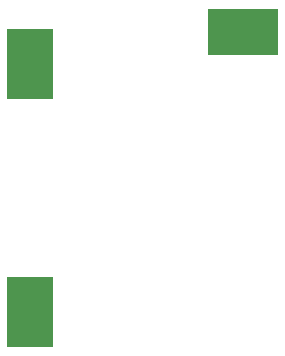
<source format=gbp>
G04 #@! TF.GenerationSoftware,KiCad,Pcbnew,8.0.2*
G04 #@! TF.CreationDate,2024-06-05T16:45:05+02:00*
G04 #@! TF.ProjectId,IF to LOW_IF Mixer,49462074-6f20-44c4-9f57-5f4946204d69,rev?*
G04 #@! TF.SameCoordinates,Original*
G04 #@! TF.FileFunction,Paste,Bot*
G04 #@! TF.FilePolarity,Positive*
%FSLAX46Y46*%
G04 Gerber Fmt 4.6, Leading zero omitted, Abs format (unit mm)*
G04 Created by KiCad (PCBNEW 8.0.2) date 2024-06-05 16:45:05*
%MOMM*%
%LPD*%
G01*
G04 APERTURE LIST*
%ADD10R,4.000000X6.000000*%
%ADD11R,6.000000X4.000000*%
G04 APERTURE END LIST*
D10*
X80750000Y-49250000D03*
X80750000Y-70250000D03*
D11*
X98750000Y-46500000D03*
M02*

</source>
